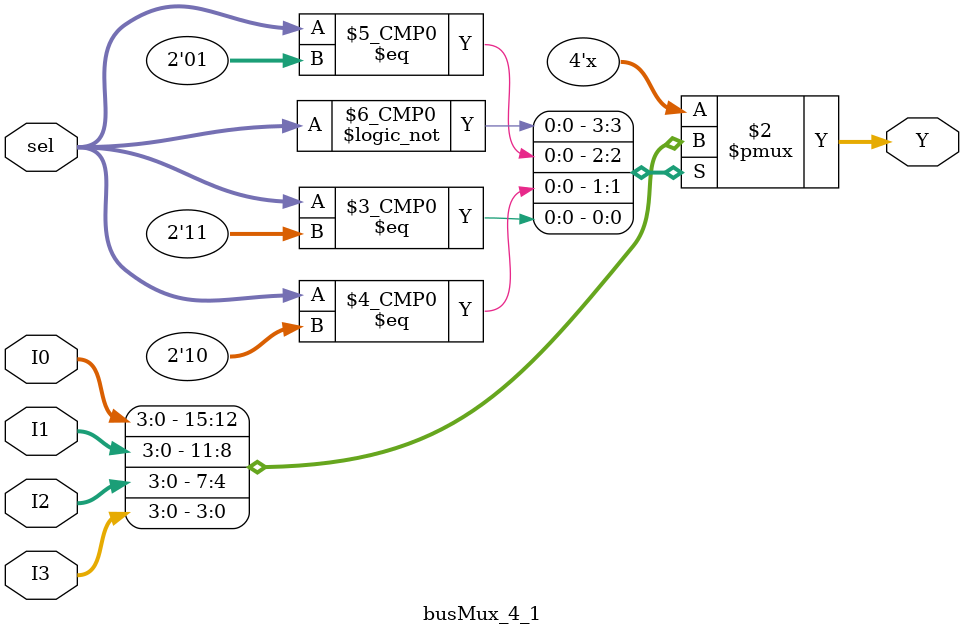
<source format=v>
`timescale 1ns / 1ps
module busMux_4_1(
    input [3:0] I0, I1, I2, I3,
    input [1:0] sel,
    output reg [3:0] Y
);

always @(*) begin
    case (sel)
    4'b00: Y <= I0;
    4'b01: Y <= I1;
    4'b10: Y <= I2;
    4'b11: Y <= I3;
    endcase    
end

endmodule

</source>
